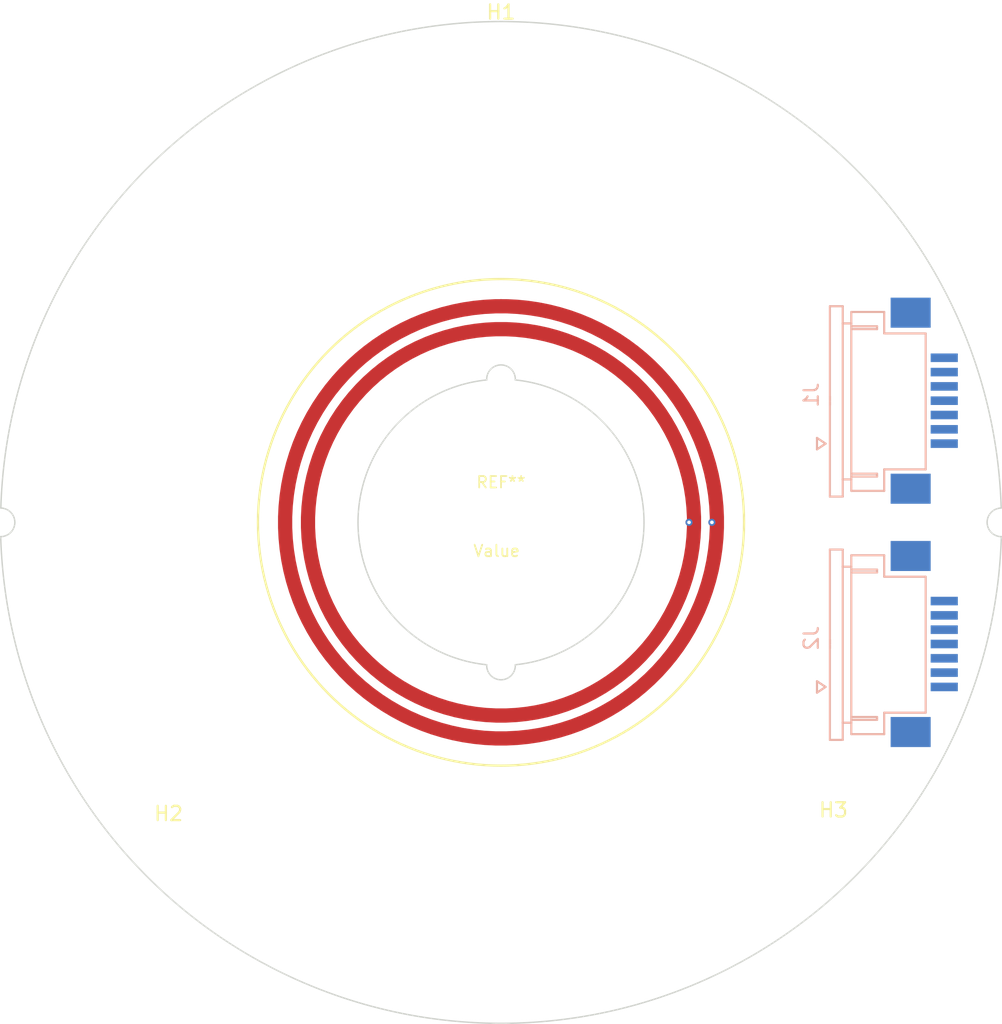
<source format=kicad_pcb>
(kicad_pcb (version 20171130) (host pcbnew "(5.1.0-4-gd25d622-dirty)")

  (general
    (thickness 1.6)
    (drawings 9)
    (tracks 0)
    (zones 0)
    (modules 6)
    (nets 17)
  )

  (page A4)
  (layers
    (0 F.Cu signal)
    (31 B.Cu signal)
    (32 B.Adhes user)
    (33 F.Adhes user)
    (34 B.Paste user)
    (35 F.Paste user)
    (36 B.SilkS user)
    (37 F.SilkS user)
    (38 B.Mask user)
    (39 F.Mask user)
    (40 Dwgs.User user)
    (41 Cmts.User user)
    (42 Eco1.User user)
    (43 Eco2.User user)
    (44 Edge.Cuts user)
    (45 Margin user)
    (46 B.CrtYd user)
    (47 F.CrtYd user)
    (48 B.Fab user)
    (49 F.Fab user)
  )

  (setup
    (last_trace_width 0.2)
    (trace_clearance 0.15)
    (zone_clearance 0.508)
    (zone_45_only no)
    (trace_min 0.2)
    (via_size 0.7)
    (via_drill 0.3)
    (via_min_size 0.4)
    (via_min_drill 0.3)
    (uvia_size 0.3)
    (uvia_drill 0.1)
    (uvias_allowed no)
    (uvia_min_size 0.2)
    (uvia_min_drill 0.1)
    (edge_width 0.1)
    (segment_width 0.1)
    (pcb_text_width 0.3)
    (pcb_text_size 1.5 1.5)
    (mod_edge_width 0.15)
    (mod_text_size 1 1)
    (mod_text_width 0.15)
    (pad_size 1.524 1.524)
    (pad_drill 0.762)
    (pad_to_mask_clearance 0.051)
    (solder_mask_min_width 0.25)
    (aux_axis_origin 151.25 103.5)
    (grid_origin 151.25 103.5)
    (visible_elements 7FFFFFFF)
    (pcbplotparams
      (layerselection 0x01000_7fffffff)
      (usegerberextensions false)
      (usegerberattributes false)
      (usegerberadvancedattributes false)
      (creategerberjobfile false)
      (excludeedgelayer true)
      (linewidth 0.100000)
      (plotframeref false)
      (viasonmask false)
      (mode 1)
      (useauxorigin false)
      (hpglpennumber 1)
      (hpglpenspeed 20)
      (hpglpendiameter 15.000000)
      (psnegative false)
      (psa4output false)
      (plotreference true)
      (plotvalue true)
      (plotinvisibletext false)
      (padsonsilk false)
      (subtractmaskfromsilk false)
      (outputformat 3)
      (mirror false)
      (drillshape 0)
      (scaleselection 1)
      (outputdirectory "DXF/"))
  )

  (net 0 "")
  (net 1 Signal_01)
  (net 2 Signal_02)
  (net 3 Signal_03)
  (net 4 Signal_04)
  (net 5 Signal_05)
  (net 6 Signal_06)
  (net 7 Signal_07)
  (net 8 "Net-(J1-Pad8)")
  (net 9 "Net-(J2-Pad8)")
  (net 10 Signal_14)
  (net 11 Signal_13)
  (net 12 Signal_12)
  (net 13 Signal_11)
  (net 14 Signal_10)
  (net 15 Signal_09)
  (net 16 Signal_08)

  (net_class Default "This is the default net class."
    (clearance 0.15)
    (trace_width 0.2)
    (via_dia 0.7)
    (via_drill 0.3)
    (uvia_dia 0.3)
    (uvia_drill 0.1)
    (add_net "Net-(J1-Pad8)")
    (add_net "Net-(J2-Pad8)")
    (add_net Signal_01)
    (add_net Signal_02)
    (add_net Signal_03)
    (add_net Signal_04)
    (add_net Signal_05)
    (add_net Signal_06)
    (add_net Signal_07)
    (add_net Signal_08)
    (add_net Signal_09)
    (add_net Signal_10)
    (add_net Signal_11)
    (add_net Signal_12)
    (add_net Signal_13)
    (add_net Signal_14)
  )

  (module antenna (layer F.Cu) (tedit 5A74E519) (tstamp 5C869803)
    (at 151.25 103.5)
    (descr "antenna StepUp generated footprint")
    (fp_text reference REF** (at 0 -2.8) (layer F.SilkS)
      (effects (font (size 0.8 0.8) (thickness 0.12)))
    )
    (fp_text value "Value " (at 0 2) (layer F.SilkS)
      (effects (font (size 0.8 0.8) (thickness 0.12)))
    )
    (fp_circle (center 0 0) (end -17 0) (layer F.SilkS) (width 0.16))
    (fp_text user %R (at 0 -2.8) (layer F.Fab)
      (effects (font (size 0.8 0.8) (thickness 0.12)))
    )
    (pad "#" smd custom (at 0 -15.1) (size 1 1) (layers F.Cu F.Paste F.Mask)
      (zone_connect 0)
      (options (clearance outline) (anchor circle))
      (primitives
        (gr_circle (center 0 15.1) (end 13.5 15.1) (width 1))
      ))
    (pad "#" smd custom (at 0 -15.1) (size 1 1) (layers F.Cu F.Paste F.Mask)
      (zone_connect 0)
      (options (clearance outline) (anchor circle))
      (primitives
        (gr_circle (center 0 15.1) (end 15.1 15.1) (width 1))
      ))
    (pad "#" thru_hole circle (at 14.75 0) (size 0.5 0.5) (drill 0.25) (layers *.Cu *.Mask))
    (pad "#" thru_hole circle (at 13.15 0) (size 0.5 0.5) (drill 0.25) (layers *.Cu *.Mask))
  )

  (module MountingHole:MountingHole_2.2mm_M2_DIN965 (layer F.Cu) (tedit 5C8665CF) (tstamp 5C863D3B)
    (at 174.5 126.5)
    (descr "Mounting Hole 2.2mm, no annular, M2, DIN965")
    (tags "mounting hole 2.2mm no annular m2 din965")
    (path /5C7FB4A1)
    (attr virtual)
    (fp_text reference H3 (at 0 -2.9) (layer F.SilkS)
      (effects (font (size 1 1) (thickness 0.15)))
    )
    (fp_text value MountingHole (at 0 2.9) (layer F.Fab)
      (effects (font (size 1 1) (thickness 0.15)))
    )
    (fp_circle (center 0 0) (end 2.15 0) (layer F.CrtYd) (width 0.05))
    (fp_circle (center 0 0) (end 1.9 0) (layer Cmts.User) (width 0.15))
    (fp_text user %R (at 0.3 0) (layer F.Fab)
      (effects (font (size 1 1) (thickness 0.15)))
    )
    (pad 1 np_thru_hole circle (at 0 0) (size 2.2 2.2) (drill 2.2) (layers *.Cu *.Mask))
  )

  (module MountingHole:MountingHole_2.2mm_M2_DIN965 (layer F.Cu) (tedit 5C8665C8) (tstamp 5C863D07)
    (at 128 126.75)
    (descr "Mounting Hole 2.2mm, no annular, M2, DIN965")
    (tags "mounting hole 2.2mm no annular m2 din965")
    (path /5C7FB485)
    (attr virtual)
    (fp_text reference H2 (at 0 -2.9) (layer F.SilkS)
      (effects (font (size 1 1) (thickness 0.15)))
    )
    (fp_text value MountingHole (at 0 2.9) (layer F.Fab)
      (effects (font (size 1 1) (thickness 0.15)))
    )
    (fp_text user %R (at 0.3 0) (layer F.Fab)
      (effects (font (size 1 1) (thickness 0.15)))
    )
    (fp_circle (center 0 0) (end 1.9 0) (layer Cmts.User) (width 0.15))
    (fp_circle (center 0 0) (end 2.15 0) (layer F.CrtYd) (width 0.05))
    (pad 1 np_thru_hole circle (at 0 0) (size 2.2 2.2) (drill 2.2) (layers *.Cu *.Mask))
  )

  (module ASYS:522710779_FFC_FPC (layer B.Cu) (tedit 5C8665D8) (tstamp 5C81008D)
    (at 180.75 95 90)
    (path /5C7FA9EB)
    (fp_text reference J1 (at 0.4 -7.8 90) (layer B.SilkS)
      (effects (font (size 1 1) (thickness 0.15)) (justify mirror))
    )
    (fp_text value Conn_01x08 (at 0.5 4.5 90) (layer B.Fab)
      (effects (font (size 1 1) (thickness 0.15)) (justify mirror))
    )
    (fp_line (start -4.8 0.2) (end 4.7 0.2) (layer B.SilkS) (width 0.15))
    (fp_line (start 4.7 0.2) (end 4.7 -2.7) (layer B.SilkS) (width 0.15))
    (fp_line (start 4.7 -2.7) (end 6.2 -2.7) (layer B.SilkS) (width 0.15))
    (fp_line (start 6.2 -2.7) (end 6.2 -5) (layer B.SilkS) (width 0.15))
    (fp_line (start 6.2 -5) (end 5.4 -5) (layer B.SilkS) (width 0.15))
    (fp_line (start 5.4 -5) (end 5.4 -5.6) (layer B.SilkS) (width 0.15))
    (fp_line (start 5.4 -5.6) (end 6.6 -5.6) (layer B.SilkS) (width 0.15))
    (fp_line (start 6.6 -5.6) (end 6.6 -6.5) (layer B.SilkS) (width 0.15))
    (fp_line (start 6.6 -6.5) (end 0 -6.5) (layer B.SilkS) (width 0.15))
    (fp_line (start -6.3 -2.7) (end -6.3 -5) (layer B.SilkS) (width 0.15))
    (fp_line (start -4.8 -2.7) (end -6.3 -2.7) (layer B.SilkS) (width 0.15))
    (fp_line (start -6.3 -5) (end -5.5 -5) (layer B.SilkS) (width 0.15))
    (fp_line (start -5.5 -5) (end -5.5 -5.6) (layer B.SilkS) (width 0.15))
    (fp_line (start -5.5 -5.6) (end -6.7 -5.6) (layer B.SilkS) (width 0.15))
    (fp_line (start -6.7 -5.6) (end -6.7 -6.5) (layer B.SilkS) (width 0.15))
    (fp_line (start -4.8 0.2) (end -4.8 -2.7) (layer B.SilkS) (width 0.15))
    (fp_line (start -0.1 -6.5) (end -6.7 -6.5) (layer B.SilkS) (width 0.15))
    (fp_line (start -0.3 -6.5) (end 0.3 -6.5) (layer B.SilkS) (width 0.15))
    (fp_line (start -2.6 -7.4) (end -3 -6.8) (layer B.SilkS) (width 0.15))
    (fp_line (start -3.4 -7.4) (end -2.6 -7.4) (layer B.SilkS) (width 0.15))
    (fp_line (start -3 -6.8) (end -3.4 -7.4) (layer B.SilkS) (width 0.15))
    (fp_line (start -5.5 -5.6) (end 5.4 -5.6) (layer B.SilkS) (width 0.15))
    (fp_line (start -5.5 -5) (end 5.4 -5) (layer B.SilkS) (width 0.15))
    (fp_line (start -5.1 -3.2) (end -5.1 -5) (layer B.SilkS) (width 0.15))
    (fp_line (start -5.2 -3.2) (end -5.1 -3.2) (layer B.SilkS) (width 0.15))
    (fp_line (start -5.3 -3.2) (end -5.2 -3.2) (layer B.SilkS) (width 0.15))
    (fp_line (start -5.3 -5) (end -5.3 -3.2) (layer B.SilkS) (width 0.15))
    (fp_line (start 5 -3.2) (end 5 -5) (layer B.SilkS) (width 0.15))
    (fp_line (start 5.2 -3.2) (end 5 -3.2) (layer B.SilkS) (width 0.15))
    (fp_line (start 5.2 -5) (end 5.2 -3.2) (layer B.SilkS) (width 0.15))
    (pad 1 smd rect (at -3 1.5 90) (size 0.6 1.9) (layers B.Cu B.Paste B.Mask)
      (net 1 Signal_01))
    (pad 2 smd rect (at -2 1.5 90) (size 0.6 1.9) (layers B.Cu B.Paste B.Mask)
      (net 2 Signal_02))
    (pad 3 smd rect (at -1 1.5 90) (size 0.6 1.9) (layers B.Cu B.Paste B.Mask)
      (net 3 Signal_03))
    (pad 4 smd rect (at 0 1.5 90) (size 0.6 1.9) (layers B.Cu B.Paste B.Mask)
      (net 4 Signal_04))
    (pad 5 smd rect (at 1 1.5 90) (size 0.6 1.9) (layers B.Cu B.Paste B.Mask)
      (net 5 Signal_05))
    (pad 6 smd rect (at 2 1.5 90) (size 0.6 1.9) (layers B.Cu B.Paste B.Mask)
      (net 6 Signal_06))
    (pad 7 smd rect (at 3 1.5 90) (size 0.6 1.9) (layers B.Cu B.Paste B.Mask)
      (net 7 Signal_07))
    (pad 8 smd rect (at 6.15 -0.85 90) (size 2.1 2.8) (layers B.Cu B.Paste B.Mask)
      (net 8 "Net-(J1-Pad8)"))
    (pad 8 smd rect (at -6.15 -0.85 90) (size 2.1 2.8) (layers B.Cu B.Paste B.Mask)
      (net 8 "Net-(J1-Pad8)"))
    (model D:/Estrada/KiCad5/packages3D/Connectors_Molex.3dshapes/Molex_EasyOn_522710779_FFC_FPC.step
      (at (xyz 0 0 0))
      (scale (xyz 1 1 1))
      (rotate (xyz -90 0 0))
    )
  )

  (module ASYS:522710779_FFC_FPC (layer B.Cu) (tedit 5C8665DF) (tstamp 5C810031)
    (at 180.75 112 90)
    (path /5C7FAA5C)
    (fp_text reference J2 (at 0.4 -7.8 90) (layer B.SilkS)
      (effects (font (size 1 1) (thickness 0.15)) (justify mirror))
    )
    (fp_text value Conn_01x08 (at 0.5 4.5 90) (layer B.Fab)
      (effects (font (size 1 1) (thickness 0.15)) (justify mirror))
    )
    (fp_line (start 5.2 -5) (end 5.2 -3.2) (layer B.SilkS) (width 0.15))
    (fp_line (start 5.2 -3.2) (end 5 -3.2) (layer B.SilkS) (width 0.15))
    (fp_line (start 5 -3.2) (end 5 -5) (layer B.SilkS) (width 0.15))
    (fp_line (start -5.3 -5) (end -5.3 -3.2) (layer B.SilkS) (width 0.15))
    (fp_line (start -5.3 -3.2) (end -5.2 -3.2) (layer B.SilkS) (width 0.15))
    (fp_line (start -5.2 -3.2) (end -5.1 -3.2) (layer B.SilkS) (width 0.15))
    (fp_line (start -5.1 -3.2) (end -5.1 -5) (layer B.SilkS) (width 0.15))
    (fp_line (start -5.5 -5) (end 5.4 -5) (layer B.SilkS) (width 0.15))
    (fp_line (start -5.5 -5.6) (end 5.4 -5.6) (layer B.SilkS) (width 0.15))
    (fp_line (start -3 -6.8) (end -3.4 -7.4) (layer B.SilkS) (width 0.15))
    (fp_line (start -3.4 -7.4) (end -2.6 -7.4) (layer B.SilkS) (width 0.15))
    (fp_line (start -2.6 -7.4) (end -3 -6.8) (layer B.SilkS) (width 0.15))
    (fp_line (start -0.3 -6.5) (end 0.3 -6.5) (layer B.SilkS) (width 0.15))
    (fp_line (start -0.1 -6.5) (end -6.7 -6.5) (layer B.SilkS) (width 0.15))
    (fp_line (start -4.8 0.2) (end -4.8 -2.7) (layer B.SilkS) (width 0.15))
    (fp_line (start -6.7 -5.6) (end -6.7 -6.5) (layer B.SilkS) (width 0.15))
    (fp_line (start -5.5 -5.6) (end -6.7 -5.6) (layer B.SilkS) (width 0.15))
    (fp_line (start -5.5 -5) (end -5.5 -5.6) (layer B.SilkS) (width 0.15))
    (fp_line (start -6.3 -5) (end -5.5 -5) (layer B.SilkS) (width 0.15))
    (fp_line (start -4.8 -2.7) (end -6.3 -2.7) (layer B.SilkS) (width 0.15))
    (fp_line (start -6.3 -2.7) (end -6.3 -5) (layer B.SilkS) (width 0.15))
    (fp_line (start 6.6 -6.5) (end 0 -6.5) (layer B.SilkS) (width 0.15))
    (fp_line (start 6.6 -5.6) (end 6.6 -6.5) (layer B.SilkS) (width 0.15))
    (fp_line (start 5.4 -5.6) (end 6.6 -5.6) (layer B.SilkS) (width 0.15))
    (fp_line (start 5.4 -5) (end 5.4 -5.6) (layer B.SilkS) (width 0.15))
    (fp_line (start 6.2 -5) (end 5.4 -5) (layer B.SilkS) (width 0.15))
    (fp_line (start 6.2 -2.7) (end 6.2 -5) (layer B.SilkS) (width 0.15))
    (fp_line (start 4.7 -2.7) (end 6.2 -2.7) (layer B.SilkS) (width 0.15))
    (fp_line (start 4.7 0.2) (end 4.7 -2.7) (layer B.SilkS) (width 0.15))
    (fp_line (start -4.8 0.2) (end 4.7 0.2) (layer B.SilkS) (width 0.15))
    (pad 8 smd rect (at -6.15 -0.85 90) (size 2.1 2.8) (layers B.Cu B.Paste B.Mask)
      (net 9 "Net-(J2-Pad8)"))
    (pad 8 smd rect (at 6.15 -0.85 90) (size 2.1 2.8) (layers B.Cu B.Paste B.Mask)
      (net 9 "Net-(J2-Pad8)"))
    (pad 7 smd rect (at 3 1.5 90) (size 0.6 1.9) (layers B.Cu B.Paste B.Mask)
      (net 10 Signal_14))
    (pad 6 smd rect (at 2 1.5 90) (size 0.6 1.9) (layers B.Cu B.Paste B.Mask)
      (net 11 Signal_13))
    (pad 5 smd rect (at 1 1.5 90) (size 0.6 1.9) (layers B.Cu B.Paste B.Mask)
      (net 12 Signal_12))
    (pad 4 smd rect (at 0 1.5 90) (size 0.6 1.9) (layers B.Cu B.Paste B.Mask)
      (net 13 Signal_11))
    (pad 3 smd rect (at -1 1.5 90) (size 0.6 1.9) (layers B.Cu B.Paste B.Mask)
      (net 14 Signal_10))
    (pad 2 smd rect (at -2 1.5 90) (size 0.6 1.9) (layers B.Cu B.Paste B.Mask)
      (net 15 Signal_09))
    (pad 1 smd rect (at -3 1.5 90) (size 0.6 1.9) (layers B.Cu B.Paste B.Mask)
      (net 16 Signal_08))
    (model D:/Estrada/KiCad5/packages3D/Connectors_Molex.3dshapes/Molex_EasyOn_522710779_FFC_FPC.step
      (at (xyz 0 0 0))
      (scale (xyz 1 1 1))
      (rotate (xyz -90 0 0))
    )
  )

  (module MountingHole:MountingHole_2.2mm_M2_DIN965 (layer F.Cu) (tedit 5C8665C1) (tstamp 5C863CDD)
    (at 151.25 70.75)
    (descr "Mounting Hole 2.2mm, no annular, M2, DIN965")
    (tags "mounting hole 2.2mm no annular m2 din965")
    (path /5C7FB08C)
    (attr virtual)
    (fp_text reference H1 (at 0 -2.9) (layer F.SilkS)
      (effects (font (size 1 1) (thickness 0.15)))
    )
    (fp_text value MountingHole (at 0 2.9) (layer F.Fab)
      (effects (font (size 1 1) (thickness 0.15)))
    )
    (fp_circle (center 0 0) (end 2.15 0) (layer F.CrtYd) (width 0.05))
    (fp_circle (center 0 0) (end 1.9 0) (layer Cmts.User) (width 0.15))
    (fp_text user %R (at 0.3 0) (layer F.Fab)
      (effects (font (size 1 1) (thickness 0.15)))
    )
    (pad 1 np_thru_hole circle (at 0 0) (size 2.2 2.2) (drill 2.2) (layers *.Cu *.Mask))
  )

  (gr_line (start 120.25 103.5) (end 182.25 103.5) (layer Dwgs.User) (width 0.1))
  (gr_arc (start 151.25 103.5) (end 186.23 102.5) (angle -176.725) (layer Edge.Cuts) (width 0.1))
  (gr_arc (start 151.25 103.5) (end 116.26 104.5) (angle -176.726) (layer Edge.Cuts) (width 0.1))
  (gr_arc (start 151.25 103.5) (end 152.25 113.45) (angle -168.522) (layer Edge.Cuts) (width 0.1))
  (gr_arc (start 151.25 103.5) (end 150.25 93.55) (angle -168.522) (layer Edge.Cuts) (width 0.1))
  (gr_arc (start 151.25 113.5) (end 150.25 113.45) (angle -185.725) (layer Edge.Cuts) (width 0.1))
  (gr_arc (start 151.25 93.5) (end 152.25 93.55) (angle -185.725) (layer Edge.Cuts) (width 0.1))
  (gr_arc (start 116.25 103.5) (end 116.26 104.5) (angle -178.281) (layer Edge.Cuts) (width 0.1))
  (gr_arc (start 186.25 103.5) (end 186.23 102.5) (angle -178.281) (layer Edge.Cuts) (width 0.1))

)

</source>
